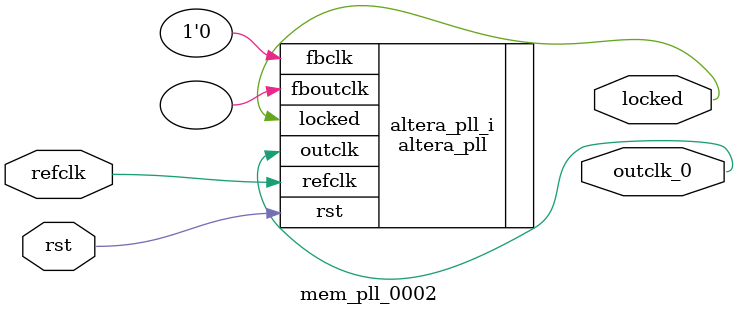
<source format=v>
`timescale 1ns/10ps
module  mem_pll_0002(

	// interface 'refclk'
	input wire refclk,

	// interface 'reset'
	input wire rst,

	// interface 'outclk0'
	output wire outclk_0,

	// interface 'locked'
	output wire locked
);

	altera_pll #(
		.fractional_vco_multiplier("false"),
		.reference_clock_frequency("333.333333 MHz"),
		.operation_mode("normal"),
		.number_of_clocks(1),
		.output_clock_frequency0("83.333333 MHz"),
		.phase_shift0("0 ps"),
		.duty_cycle0(50),
		.output_clock_frequency1("0 MHz"),
		.phase_shift1("0 ps"),
		.duty_cycle1(50),
		.output_clock_frequency2("0 MHz"),
		.phase_shift2("0 ps"),
		.duty_cycle2(50),
		.output_clock_frequency3("0 MHz"),
		.phase_shift3("0 ps"),
		.duty_cycle3(50),
		.output_clock_frequency4("0 MHz"),
		.phase_shift4("0 ps"),
		.duty_cycle4(50),
		.output_clock_frequency5("0 MHz"),
		.phase_shift5("0 ps"),
		.duty_cycle5(50),
		.output_clock_frequency6("0 MHz"),
		.phase_shift6("0 ps"),
		.duty_cycle6(50),
		.output_clock_frequency7("0 MHz"),
		.phase_shift7("0 ps"),
		.duty_cycle7(50),
		.output_clock_frequency8("0 MHz"),
		.phase_shift8("0 ps"),
		.duty_cycle8(50),
		.output_clock_frequency9("0 MHz"),
		.phase_shift9("0 ps"),
		.duty_cycle9(50),
		.output_clock_frequency10("0 MHz"),
		.phase_shift10("0 ps"),
		.duty_cycle10(50),
		.output_clock_frequency11("0 MHz"),
		.phase_shift11("0 ps"),
		.duty_cycle11(50),
		.output_clock_frequency12("0 MHz"),
		.phase_shift12("0 ps"),
		.duty_cycle12(50),
		.output_clock_frequency13("0 MHz"),
		.phase_shift13("0 ps"),
		.duty_cycle13(50),
		.output_clock_frequency14("0 MHz"),
		.phase_shift14("0 ps"),
		.duty_cycle14(50),
		.output_clock_frequency15("0 MHz"),
		.phase_shift15("0 ps"),
		.duty_cycle15(50),
		.output_clock_frequency16("0 MHz"),
		.phase_shift16("0 ps"),
		.duty_cycle16(50),
		.output_clock_frequency17("0 MHz"),
		.phase_shift17("0 ps"),
		.duty_cycle17(50),
		.pll_type("General"),
		.pll_subtype("General")
	) altera_pll_i (
		.rst	(rst),
		.outclk	({outclk_0}),
		.locked	(locked),
		.fboutclk	( ),
		.fbclk	(1'b0),
		.refclk	(refclk)
	);
endmodule


</source>
